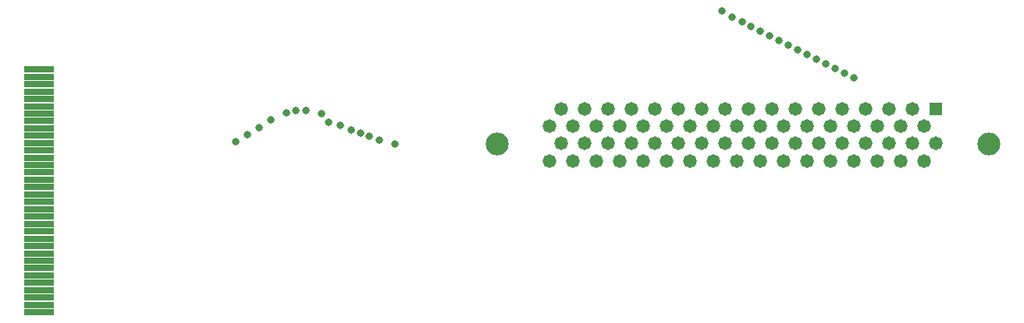
<source format=gts>
%FSLAX23Y23*%
%MOIN*%
G70*
G01*
G75*
G04 Layer_Color=8388736*
%ADD10R,0.118X0.018*%
%ADD11C,0.010*%
%ADD12C,0.050*%
%ADD13R,0.050X0.050*%
%ADD14C,0.090*%
%ADD15C,0.024*%
%ADD16R,0.118X0.018*%
%ADD17C,0.008*%
%ADD18R,0.126X0.026*%
%ADD19C,0.058*%
%ADD20R,0.058X0.058*%
%ADD21C,0.098*%
%ADD22C,0.032*%
D18*
X9935Y10734D02*
D03*
Y10702D02*
D03*
Y10671D02*
D03*
Y10639D02*
D03*
Y10608D02*
D03*
Y10576D02*
D03*
Y10545D02*
D03*
Y10513D02*
D03*
Y10482D02*
D03*
Y10450D02*
D03*
Y10419D02*
D03*
Y10387D02*
D03*
Y10356D02*
D03*
Y10324D02*
D03*
Y10293D02*
D03*
Y10261D02*
D03*
Y10230D02*
D03*
Y10198D02*
D03*
Y10167D02*
D03*
Y10135D02*
D03*
Y10104D02*
D03*
Y10072D02*
D03*
Y10041D02*
D03*
Y10009D02*
D03*
Y9978D02*
D03*
Y9946D02*
D03*
Y9915D02*
D03*
Y9883D02*
D03*
Y9852D02*
D03*
Y9820D02*
D03*
Y9789D02*
D03*
Y9757D02*
D03*
Y9726D02*
D03*
Y9694D02*
D03*
D19*
X12115Y10342D02*
D03*
Y10491D02*
D03*
X12165Y10417D02*
D03*
Y10566D02*
D03*
X12215Y10342D02*
D03*
Y10491D02*
D03*
X12265Y10417D02*
D03*
Y10566D02*
D03*
X12314Y10341D02*
D03*
X12315Y10491D02*
D03*
X12365Y10417D02*
D03*
Y10566D02*
D03*
X12415Y10342D02*
D03*
Y10491D02*
D03*
X12465Y10417D02*
D03*
Y10566D02*
D03*
X12515Y10342D02*
D03*
Y10491D02*
D03*
X12565Y10417D02*
D03*
Y10566D02*
D03*
X12615Y10342D02*
D03*
Y10491D02*
D03*
X12665Y10417D02*
D03*
Y10566D02*
D03*
X12715Y10342D02*
D03*
Y10491D02*
D03*
X12765Y10417D02*
D03*
Y10566D02*
D03*
X12815Y10342D02*
D03*
Y10491D02*
D03*
X12865Y10417D02*
D03*
Y10566D02*
D03*
X12915Y10342D02*
D03*
Y10491D02*
D03*
X12965Y10417D02*
D03*
Y10566D02*
D03*
X13015Y10342D02*
D03*
Y10491D02*
D03*
X13065Y10417D02*
D03*
Y10566D02*
D03*
X13115Y10342D02*
D03*
Y10491D02*
D03*
X13165Y10417D02*
D03*
Y10566D02*
D03*
X13215Y10342D02*
D03*
Y10491D02*
D03*
X13265Y10417D02*
D03*
Y10566D02*
D03*
X13315Y10342D02*
D03*
Y10491D02*
D03*
X13365Y10417D02*
D03*
Y10566D02*
D03*
X13415Y10342D02*
D03*
Y10491D02*
D03*
X13465Y10417D02*
D03*
Y10566D02*
D03*
X13515Y10342D02*
D03*
Y10491D02*
D03*
X13565Y10417D02*
D03*
Y10566D02*
D03*
X13615Y10342D02*
D03*
Y10491D02*
D03*
X13665Y10417D02*
D03*
Y10566D02*
D03*
X13715Y10342D02*
D03*
Y10491D02*
D03*
X13765Y10417D02*
D03*
D20*
Y10566D02*
D03*
D21*
X13990Y10416D02*
D03*
X11890D02*
D03*
D22*
X11307Y10461D02*
D03*
X11141Y10543D02*
D03*
X10925Y10519D02*
D03*
X12895Y10959D02*
D03*
X13055Y10879D02*
D03*
X13215Y10799D02*
D03*
X13375Y10719D02*
D03*
X11389Y10432D02*
D03*
X11220Y10494D02*
D03*
X11030Y10559D02*
D03*
X10825Y10454D02*
D03*
X12975Y10919D02*
D03*
X13135Y10839D02*
D03*
X13295Y10759D02*
D03*
X11345Y10448D02*
D03*
X11170Y10509D02*
D03*
X10990Y10549D02*
D03*
X10774Y10426D02*
D03*
X12850Y10984D02*
D03*
X13015Y10899D02*
D03*
X13175Y10819D02*
D03*
X13335Y10739D02*
D03*
X11455Y10414D02*
D03*
X11268Y10474D02*
D03*
X11075Y10559D02*
D03*
X10875Y10484D02*
D03*
X12937Y10938D02*
D03*
X13095Y10859D02*
D03*
X13255Y10779D02*
D03*
X13415Y10699D02*
D03*
M02*

</source>
